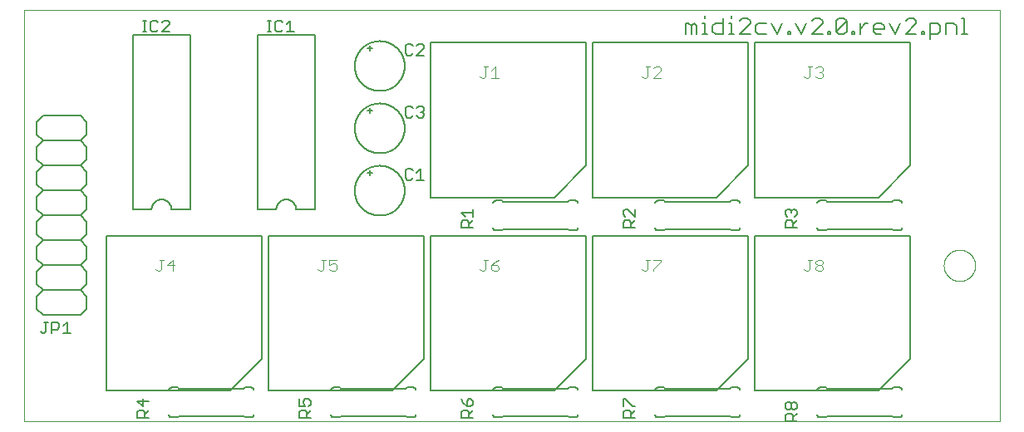
<source format=gto>
G75*
%MOIN*%
%OFA0B0*%
%FSLAX25Y25*%
%IPPOS*%
%LPD*%
%AMOC8*
5,1,8,0,0,1.08239X$1,22.5*
%
%ADD10C,0.00000*%
%ADD11C,0.00600*%
%ADD12C,0.00500*%
%ADD13C,0.00400*%
D10*
X0001000Y0002875D02*
X0001000Y0167835D01*
X0392201Y0167835D01*
X0392201Y0002875D01*
X0001000Y0002875D01*
X0369701Y0065375D02*
X0369703Y0065533D01*
X0369709Y0065691D01*
X0369719Y0065849D01*
X0369733Y0066007D01*
X0369751Y0066164D01*
X0369772Y0066321D01*
X0369798Y0066477D01*
X0369828Y0066633D01*
X0369861Y0066788D01*
X0369899Y0066941D01*
X0369940Y0067094D01*
X0369985Y0067246D01*
X0370034Y0067397D01*
X0370087Y0067546D01*
X0370143Y0067694D01*
X0370203Y0067840D01*
X0370267Y0067985D01*
X0370335Y0068128D01*
X0370406Y0068270D01*
X0370480Y0068410D01*
X0370558Y0068547D01*
X0370640Y0068683D01*
X0370724Y0068817D01*
X0370813Y0068948D01*
X0370904Y0069077D01*
X0370999Y0069204D01*
X0371096Y0069329D01*
X0371197Y0069451D01*
X0371301Y0069570D01*
X0371408Y0069687D01*
X0371518Y0069801D01*
X0371631Y0069912D01*
X0371746Y0070021D01*
X0371864Y0070126D01*
X0371985Y0070228D01*
X0372108Y0070328D01*
X0372234Y0070424D01*
X0372362Y0070517D01*
X0372492Y0070607D01*
X0372625Y0070693D01*
X0372760Y0070777D01*
X0372896Y0070856D01*
X0373035Y0070933D01*
X0373176Y0071005D01*
X0373318Y0071075D01*
X0373462Y0071140D01*
X0373608Y0071202D01*
X0373755Y0071260D01*
X0373904Y0071315D01*
X0374054Y0071366D01*
X0374205Y0071413D01*
X0374357Y0071456D01*
X0374510Y0071495D01*
X0374665Y0071531D01*
X0374820Y0071562D01*
X0374976Y0071590D01*
X0375132Y0071614D01*
X0375289Y0071634D01*
X0375447Y0071650D01*
X0375604Y0071662D01*
X0375763Y0071670D01*
X0375921Y0071674D01*
X0376079Y0071674D01*
X0376237Y0071670D01*
X0376396Y0071662D01*
X0376553Y0071650D01*
X0376711Y0071634D01*
X0376868Y0071614D01*
X0377024Y0071590D01*
X0377180Y0071562D01*
X0377335Y0071531D01*
X0377490Y0071495D01*
X0377643Y0071456D01*
X0377795Y0071413D01*
X0377946Y0071366D01*
X0378096Y0071315D01*
X0378245Y0071260D01*
X0378392Y0071202D01*
X0378538Y0071140D01*
X0378682Y0071075D01*
X0378824Y0071005D01*
X0378965Y0070933D01*
X0379104Y0070856D01*
X0379240Y0070777D01*
X0379375Y0070693D01*
X0379508Y0070607D01*
X0379638Y0070517D01*
X0379766Y0070424D01*
X0379892Y0070328D01*
X0380015Y0070228D01*
X0380136Y0070126D01*
X0380254Y0070021D01*
X0380369Y0069912D01*
X0380482Y0069801D01*
X0380592Y0069687D01*
X0380699Y0069570D01*
X0380803Y0069451D01*
X0380904Y0069329D01*
X0381001Y0069204D01*
X0381096Y0069077D01*
X0381187Y0068948D01*
X0381276Y0068817D01*
X0381360Y0068683D01*
X0381442Y0068547D01*
X0381520Y0068410D01*
X0381594Y0068270D01*
X0381665Y0068128D01*
X0381733Y0067985D01*
X0381797Y0067840D01*
X0381857Y0067694D01*
X0381913Y0067546D01*
X0381966Y0067397D01*
X0382015Y0067246D01*
X0382060Y0067094D01*
X0382101Y0066941D01*
X0382139Y0066788D01*
X0382172Y0066633D01*
X0382202Y0066477D01*
X0382228Y0066321D01*
X0382249Y0066164D01*
X0382267Y0066007D01*
X0382281Y0065849D01*
X0382291Y0065691D01*
X0382297Y0065533D01*
X0382299Y0065375D01*
X0382297Y0065217D01*
X0382291Y0065059D01*
X0382281Y0064901D01*
X0382267Y0064743D01*
X0382249Y0064586D01*
X0382228Y0064429D01*
X0382202Y0064273D01*
X0382172Y0064117D01*
X0382139Y0063962D01*
X0382101Y0063809D01*
X0382060Y0063656D01*
X0382015Y0063504D01*
X0381966Y0063353D01*
X0381913Y0063204D01*
X0381857Y0063056D01*
X0381797Y0062910D01*
X0381733Y0062765D01*
X0381665Y0062622D01*
X0381594Y0062480D01*
X0381520Y0062340D01*
X0381442Y0062203D01*
X0381360Y0062067D01*
X0381276Y0061933D01*
X0381187Y0061802D01*
X0381096Y0061673D01*
X0381001Y0061546D01*
X0380904Y0061421D01*
X0380803Y0061299D01*
X0380699Y0061180D01*
X0380592Y0061063D01*
X0380482Y0060949D01*
X0380369Y0060838D01*
X0380254Y0060729D01*
X0380136Y0060624D01*
X0380015Y0060522D01*
X0379892Y0060422D01*
X0379766Y0060326D01*
X0379638Y0060233D01*
X0379508Y0060143D01*
X0379375Y0060057D01*
X0379240Y0059973D01*
X0379104Y0059894D01*
X0378965Y0059817D01*
X0378824Y0059745D01*
X0378682Y0059675D01*
X0378538Y0059610D01*
X0378392Y0059548D01*
X0378245Y0059490D01*
X0378096Y0059435D01*
X0377946Y0059384D01*
X0377795Y0059337D01*
X0377643Y0059294D01*
X0377490Y0059255D01*
X0377335Y0059219D01*
X0377180Y0059188D01*
X0377024Y0059160D01*
X0376868Y0059136D01*
X0376711Y0059116D01*
X0376553Y0059100D01*
X0376396Y0059088D01*
X0376237Y0059080D01*
X0376079Y0059076D01*
X0375921Y0059076D01*
X0375763Y0059080D01*
X0375604Y0059088D01*
X0375447Y0059100D01*
X0375289Y0059116D01*
X0375132Y0059136D01*
X0374976Y0059160D01*
X0374820Y0059188D01*
X0374665Y0059219D01*
X0374510Y0059255D01*
X0374357Y0059294D01*
X0374205Y0059337D01*
X0374054Y0059384D01*
X0373904Y0059435D01*
X0373755Y0059490D01*
X0373608Y0059548D01*
X0373462Y0059610D01*
X0373318Y0059675D01*
X0373176Y0059745D01*
X0373035Y0059817D01*
X0372896Y0059894D01*
X0372760Y0059973D01*
X0372625Y0060057D01*
X0372492Y0060143D01*
X0372362Y0060233D01*
X0372234Y0060326D01*
X0372108Y0060422D01*
X0371985Y0060522D01*
X0371864Y0060624D01*
X0371746Y0060729D01*
X0371631Y0060838D01*
X0371518Y0060949D01*
X0371408Y0061063D01*
X0371301Y0061180D01*
X0371197Y0061299D01*
X0371096Y0061421D01*
X0370999Y0061546D01*
X0370904Y0061673D01*
X0370813Y0061802D01*
X0370724Y0061933D01*
X0370640Y0062067D01*
X0370558Y0062203D01*
X0370480Y0062340D01*
X0370406Y0062480D01*
X0370335Y0062622D01*
X0370267Y0062765D01*
X0370203Y0062910D01*
X0370143Y0063056D01*
X0370087Y0063204D01*
X0370034Y0063353D01*
X0369985Y0063504D01*
X0369940Y0063656D01*
X0369899Y0063809D01*
X0369861Y0063962D01*
X0369828Y0064117D01*
X0369798Y0064273D01*
X0369772Y0064429D01*
X0369751Y0064586D01*
X0369733Y0064743D01*
X0369719Y0064901D01*
X0369709Y0065059D01*
X0369703Y0065217D01*
X0369701Y0065375D01*
D11*
X0352000Y0079375D02*
X0349500Y0079375D01*
X0349000Y0079875D01*
X0323000Y0079875D01*
X0322500Y0079375D01*
X0320000Y0079375D01*
X0319940Y0079377D01*
X0319879Y0079382D01*
X0319820Y0079391D01*
X0319761Y0079404D01*
X0319702Y0079420D01*
X0319645Y0079440D01*
X0319590Y0079463D01*
X0319535Y0079490D01*
X0319483Y0079519D01*
X0319432Y0079552D01*
X0319383Y0079588D01*
X0319337Y0079626D01*
X0319293Y0079668D01*
X0319251Y0079712D01*
X0319213Y0079758D01*
X0319177Y0079807D01*
X0319144Y0079858D01*
X0319115Y0079910D01*
X0319088Y0079965D01*
X0319065Y0080020D01*
X0319045Y0080077D01*
X0319029Y0080136D01*
X0319016Y0080195D01*
X0319007Y0080254D01*
X0319002Y0080315D01*
X0319000Y0080375D01*
X0319000Y0090375D02*
X0319002Y0090435D01*
X0319007Y0090496D01*
X0319016Y0090555D01*
X0319029Y0090614D01*
X0319045Y0090673D01*
X0319065Y0090730D01*
X0319088Y0090785D01*
X0319115Y0090840D01*
X0319144Y0090892D01*
X0319177Y0090943D01*
X0319213Y0090992D01*
X0319251Y0091038D01*
X0319293Y0091082D01*
X0319337Y0091124D01*
X0319383Y0091162D01*
X0319432Y0091198D01*
X0319483Y0091231D01*
X0319535Y0091260D01*
X0319590Y0091287D01*
X0319645Y0091310D01*
X0319702Y0091330D01*
X0319761Y0091346D01*
X0319820Y0091359D01*
X0319879Y0091368D01*
X0319940Y0091373D01*
X0320000Y0091375D01*
X0322500Y0091375D01*
X0323000Y0090875D01*
X0349000Y0090875D01*
X0349500Y0091375D01*
X0352000Y0091375D01*
X0352060Y0091373D01*
X0352121Y0091368D01*
X0352180Y0091359D01*
X0352239Y0091346D01*
X0352298Y0091330D01*
X0352355Y0091310D01*
X0352410Y0091287D01*
X0352465Y0091260D01*
X0352517Y0091231D01*
X0352568Y0091198D01*
X0352617Y0091162D01*
X0352663Y0091124D01*
X0352707Y0091082D01*
X0352749Y0091038D01*
X0352787Y0090992D01*
X0352823Y0090943D01*
X0352856Y0090892D01*
X0352885Y0090840D01*
X0352912Y0090785D01*
X0352935Y0090730D01*
X0352955Y0090673D01*
X0352971Y0090614D01*
X0352984Y0090555D01*
X0352993Y0090496D01*
X0352998Y0090435D01*
X0353000Y0090375D01*
X0353000Y0080375D02*
X0352998Y0080315D01*
X0352993Y0080254D01*
X0352984Y0080195D01*
X0352971Y0080136D01*
X0352955Y0080077D01*
X0352935Y0080020D01*
X0352912Y0079965D01*
X0352885Y0079910D01*
X0352856Y0079858D01*
X0352823Y0079807D01*
X0352787Y0079758D01*
X0352749Y0079712D01*
X0352707Y0079668D01*
X0352663Y0079626D01*
X0352617Y0079588D01*
X0352568Y0079552D01*
X0352517Y0079519D01*
X0352465Y0079490D01*
X0352410Y0079463D01*
X0352355Y0079440D01*
X0352298Y0079420D01*
X0352239Y0079404D01*
X0352180Y0079391D01*
X0352121Y0079382D01*
X0352060Y0079377D01*
X0352000Y0079375D01*
X0287000Y0079375D02*
X0284500Y0079375D01*
X0284000Y0079875D01*
X0258000Y0079875D01*
X0257500Y0079375D01*
X0255000Y0079375D01*
X0254940Y0079377D01*
X0254879Y0079382D01*
X0254820Y0079391D01*
X0254761Y0079404D01*
X0254702Y0079420D01*
X0254645Y0079440D01*
X0254590Y0079463D01*
X0254535Y0079490D01*
X0254483Y0079519D01*
X0254432Y0079552D01*
X0254383Y0079588D01*
X0254337Y0079626D01*
X0254293Y0079668D01*
X0254251Y0079712D01*
X0254213Y0079758D01*
X0254177Y0079807D01*
X0254144Y0079858D01*
X0254115Y0079910D01*
X0254088Y0079965D01*
X0254065Y0080020D01*
X0254045Y0080077D01*
X0254029Y0080136D01*
X0254016Y0080195D01*
X0254007Y0080254D01*
X0254002Y0080315D01*
X0254000Y0080375D01*
X0254000Y0090375D02*
X0254002Y0090435D01*
X0254007Y0090496D01*
X0254016Y0090555D01*
X0254029Y0090614D01*
X0254045Y0090673D01*
X0254065Y0090730D01*
X0254088Y0090785D01*
X0254115Y0090840D01*
X0254144Y0090892D01*
X0254177Y0090943D01*
X0254213Y0090992D01*
X0254251Y0091038D01*
X0254293Y0091082D01*
X0254337Y0091124D01*
X0254383Y0091162D01*
X0254432Y0091198D01*
X0254483Y0091231D01*
X0254535Y0091260D01*
X0254590Y0091287D01*
X0254645Y0091310D01*
X0254702Y0091330D01*
X0254761Y0091346D01*
X0254820Y0091359D01*
X0254879Y0091368D01*
X0254940Y0091373D01*
X0255000Y0091375D01*
X0257500Y0091375D01*
X0258000Y0090875D01*
X0284000Y0090875D01*
X0284500Y0091375D01*
X0287000Y0091375D01*
X0287060Y0091373D01*
X0287121Y0091368D01*
X0287180Y0091359D01*
X0287239Y0091346D01*
X0287298Y0091330D01*
X0287355Y0091310D01*
X0287410Y0091287D01*
X0287465Y0091260D01*
X0287517Y0091231D01*
X0287568Y0091198D01*
X0287617Y0091162D01*
X0287663Y0091124D01*
X0287707Y0091082D01*
X0287749Y0091038D01*
X0287787Y0090992D01*
X0287823Y0090943D01*
X0287856Y0090892D01*
X0287885Y0090840D01*
X0287912Y0090785D01*
X0287935Y0090730D01*
X0287955Y0090673D01*
X0287971Y0090614D01*
X0287984Y0090555D01*
X0287993Y0090496D01*
X0287998Y0090435D01*
X0288000Y0090375D01*
X0288000Y0080375D02*
X0287998Y0080315D01*
X0287993Y0080254D01*
X0287984Y0080195D01*
X0287971Y0080136D01*
X0287955Y0080077D01*
X0287935Y0080020D01*
X0287912Y0079965D01*
X0287885Y0079910D01*
X0287856Y0079858D01*
X0287823Y0079807D01*
X0287787Y0079758D01*
X0287749Y0079712D01*
X0287707Y0079668D01*
X0287663Y0079626D01*
X0287617Y0079588D01*
X0287568Y0079552D01*
X0287517Y0079519D01*
X0287465Y0079490D01*
X0287410Y0079463D01*
X0287355Y0079440D01*
X0287298Y0079420D01*
X0287239Y0079404D01*
X0287180Y0079391D01*
X0287121Y0079382D01*
X0287060Y0079377D01*
X0287000Y0079375D01*
X0222000Y0079375D02*
X0219500Y0079375D01*
X0219000Y0079875D01*
X0193000Y0079875D01*
X0192500Y0079375D01*
X0190000Y0079375D01*
X0189940Y0079377D01*
X0189879Y0079382D01*
X0189820Y0079391D01*
X0189761Y0079404D01*
X0189702Y0079420D01*
X0189645Y0079440D01*
X0189590Y0079463D01*
X0189535Y0079490D01*
X0189483Y0079519D01*
X0189432Y0079552D01*
X0189383Y0079588D01*
X0189337Y0079626D01*
X0189293Y0079668D01*
X0189251Y0079712D01*
X0189213Y0079758D01*
X0189177Y0079807D01*
X0189144Y0079858D01*
X0189115Y0079910D01*
X0189088Y0079965D01*
X0189065Y0080020D01*
X0189045Y0080077D01*
X0189029Y0080136D01*
X0189016Y0080195D01*
X0189007Y0080254D01*
X0189002Y0080315D01*
X0189000Y0080375D01*
X0189000Y0090375D02*
X0189002Y0090435D01*
X0189007Y0090496D01*
X0189016Y0090555D01*
X0189029Y0090614D01*
X0189045Y0090673D01*
X0189065Y0090730D01*
X0189088Y0090785D01*
X0189115Y0090840D01*
X0189144Y0090892D01*
X0189177Y0090943D01*
X0189213Y0090992D01*
X0189251Y0091038D01*
X0189293Y0091082D01*
X0189337Y0091124D01*
X0189383Y0091162D01*
X0189432Y0091198D01*
X0189483Y0091231D01*
X0189535Y0091260D01*
X0189590Y0091287D01*
X0189645Y0091310D01*
X0189702Y0091330D01*
X0189761Y0091346D01*
X0189820Y0091359D01*
X0189879Y0091368D01*
X0189940Y0091373D01*
X0190000Y0091375D01*
X0192500Y0091375D01*
X0193000Y0090875D01*
X0219000Y0090875D01*
X0219500Y0091375D01*
X0222000Y0091375D01*
X0222060Y0091373D01*
X0222121Y0091368D01*
X0222180Y0091359D01*
X0222239Y0091346D01*
X0222298Y0091330D01*
X0222355Y0091310D01*
X0222410Y0091287D01*
X0222465Y0091260D01*
X0222517Y0091231D01*
X0222568Y0091198D01*
X0222617Y0091162D01*
X0222663Y0091124D01*
X0222707Y0091082D01*
X0222749Y0091038D01*
X0222787Y0090992D01*
X0222823Y0090943D01*
X0222856Y0090892D01*
X0222885Y0090840D01*
X0222912Y0090785D01*
X0222935Y0090730D01*
X0222955Y0090673D01*
X0222971Y0090614D01*
X0222984Y0090555D01*
X0222993Y0090496D01*
X0222998Y0090435D01*
X0223000Y0090375D01*
X0223000Y0080375D02*
X0222998Y0080315D01*
X0222993Y0080254D01*
X0222984Y0080195D01*
X0222971Y0080136D01*
X0222955Y0080077D01*
X0222935Y0080020D01*
X0222912Y0079965D01*
X0222885Y0079910D01*
X0222856Y0079858D01*
X0222823Y0079807D01*
X0222787Y0079758D01*
X0222749Y0079712D01*
X0222707Y0079668D01*
X0222663Y0079626D01*
X0222617Y0079588D01*
X0222568Y0079552D01*
X0222517Y0079519D01*
X0222465Y0079490D01*
X0222410Y0079463D01*
X0222355Y0079440D01*
X0222298Y0079420D01*
X0222239Y0079404D01*
X0222180Y0079391D01*
X0222121Y0079382D01*
X0222060Y0079377D01*
X0222000Y0079375D01*
X0133500Y0095375D02*
X0133503Y0095620D01*
X0133512Y0095866D01*
X0133527Y0096111D01*
X0133548Y0096355D01*
X0133575Y0096599D01*
X0133608Y0096842D01*
X0133647Y0097085D01*
X0133692Y0097326D01*
X0133743Y0097566D01*
X0133800Y0097805D01*
X0133862Y0098042D01*
X0133931Y0098278D01*
X0134005Y0098512D01*
X0134085Y0098744D01*
X0134170Y0098974D01*
X0134261Y0099202D01*
X0134358Y0099427D01*
X0134460Y0099651D01*
X0134568Y0099871D01*
X0134681Y0100089D01*
X0134799Y0100304D01*
X0134923Y0100516D01*
X0135051Y0100725D01*
X0135185Y0100931D01*
X0135324Y0101133D01*
X0135468Y0101332D01*
X0135617Y0101527D01*
X0135770Y0101719D01*
X0135928Y0101907D01*
X0136090Y0102091D01*
X0136258Y0102270D01*
X0136429Y0102446D01*
X0136605Y0102617D01*
X0136784Y0102785D01*
X0136968Y0102947D01*
X0137156Y0103105D01*
X0137348Y0103258D01*
X0137543Y0103407D01*
X0137742Y0103551D01*
X0137944Y0103690D01*
X0138150Y0103824D01*
X0138359Y0103952D01*
X0138571Y0104076D01*
X0138786Y0104194D01*
X0139004Y0104307D01*
X0139224Y0104415D01*
X0139448Y0104517D01*
X0139673Y0104614D01*
X0139901Y0104705D01*
X0140131Y0104790D01*
X0140363Y0104870D01*
X0140597Y0104944D01*
X0140833Y0105013D01*
X0141070Y0105075D01*
X0141309Y0105132D01*
X0141549Y0105183D01*
X0141790Y0105228D01*
X0142033Y0105267D01*
X0142276Y0105300D01*
X0142520Y0105327D01*
X0142764Y0105348D01*
X0143009Y0105363D01*
X0143255Y0105372D01*
X0143500Y0105375D01*
X0143745Y0105372D01*
X0143991Y0105363D01*
X0144236Y0105348D01*
X0144480Y0105327D01*
X0144724Y0105300D01*
X0144967Y0105267D01*
X0145210Y0105228D01*
X0145451Y0105183D01*
X0145691Y0105132D01*
X0145930Y0105075D01*
X0146167Y0105013D01*
X0146403Y0104944D01*
X0146637Y0104870D01*
X0146869Y0104790D01*
X0147099Y0104705D01*
X0147327Y0104614D01*
X0147552Y0104517D01*
X0147776Y0104415D01*
X0147996Y0104307D01*
X0148214Y0104194D01*
X0148429Y0104076D01*
X0148641Y0103952D01*
X0148850Y0103824D01*
X0149056Y0103690D01*
X0149258Y0103551D01*
X0149457Y0103407D01*
X0149652Y0103258D01*
X0149844Y0103105D01*
X0150032Y0102947D01*
X0150216Y0102785D01*
X0150395Y0102617D01*
X0150571Y0102446D01*
X0150742Y0102270D01*
X0150910Y0102091D01*
X0151072Y0101907D01*
X0151230Y0101719D01*
X0151383Y0101527D01*
X0151532Y0101332D01*
X0151676Y0101133D01*
X0151815Y0100931D01*
X0151949Y0100725D01*
X0152077Y0100516D01*
X0152201Y0100304D01*
X0152319Y0100089D01*
X0152432Y0099871D01*
X0152540Y0099651D01*
X0152642Y0099427D01*
X0152739Y0099202D01*
X0152830Y0098974D01*
X0152915Y0098744D01*
X0152995Y0098512D01*
X0153069Y0098278D01*
X0153138Y0098042D01*
X0153200Y0097805D01*
X0153257Y0097566D01*
X0153308Y0097326D01*
X0153353Y0097085D01*
X0153392Y0096842D01*
X0153425Y0096599D01*
X0153452Y0096355D01*
X0153473Y0096111D01*
X0153488Y0095866D01*
X0153497Y0095620D01*
X0153500Y0095375D01*
X0153497Y0095130D01*
X0153488Y0094884D01*
X0153473Y0094639D01*
X0153452Y0094395D01*
X0153425Y0094151D01*
X0153392Y0093908D01*
X0153353Y0093665D01*
X0153308Y0093424D01*
X0153257Y0093184D01*
X0153200Y0092945D01*
X0153138Y0092708D01*
X0153069Y0092472D01*
X0152995Y0092238D01*
X0152915Y0092006D01*
X0152830Y0091776D01*
X0152739Y0091548D01*
X0152642Y0091323D01*
X0152540Y0091099D01*
X0152432Y0090879D01*
X0152319Y0090661D01*
X0152201Y0090446D01*
X0152077Y0090234D01*
X0151949Y0090025D01*
X0151815Y0089819D01*
X0151676Y0089617D01*
X0151532Y0089418D01*
X0151383Y0089223D01*
X0151230Y0089031D01*
X0151072Y0088843D01*
X0150910Y0088659D01*
X0150742Y0088480D01*
X0150571Y0088304D01*
X0150395Y0088133D01*
X0150216Y0087965D01*
X0150032Y0087803D01*
X0149844Y0087645D01*
X0149652Y0087492D01*
X0149457Y0087343D01*
X0149258Y0087199D01*
X0149056Y0087060D01*
X0148850Y0086926D01*
X0148641Y0086798D01*
X0148429Y0086674D01*
X0148214Y0086556D01*
X0147996Y0086443D01*
X0147776Y0086335D01*
X0147552Y0086233D01*
X0147327Y0086136D01*
X0147099Y0086045D01*
X0146869Y0085960D01*
X0146637Y0085880D01*
X0146403Y0085806D01*
X0146167Y0085737D01*
X0145930Y0085675D01*
X0145691Y0085618D01*
X0145451Y0085567D01*
X0145210Y0085522D01*
X0144967Y0085483D01*
X0144724Y0085450D01*
X0144480Y0085423D01*
X0144236Y0085402D01*
X0143991Y0085387D01*
X0143745Y0085378D01*
X0143500Y0085375D01*
X0143255Y0085378D01*
X0143009Y0085387D01*
X0142764Y0085402D01*
X0142520Y0085423D01*
X0142276Y0085450D01*
X0142033Y0085483D01*
X0141790Y0085522D01*
X0141549Y0085567D01*
X0141309Y0085618D01*
X0141070Y0085675D01*
X0140833Y0085737D01*
X0140597Y0085806D01*
X0140363Y0085880D01*
X0140131Y0085960D01*
X0139901Y0086045D01*
X0139673Y0086136D01*
X0139448Y0086233D01*
X0139224Y0086335D01*
X0139004Y0086443D01*
X0138786Y0086556D01*
X0138571Y0086674D01*
X0138359Y0086798D01*
X0138150Y0086926D01*
X0137944Y0087060D01*
X0137742Y0087199D01*
X0137543Y0087343D01*
X0137348Y0087492D01*
X0137156Y0087645D01*
X0136968Y0087803D01*
X0136784Y0087965D01*
X0136605Y0088133D01*
X0136429Y0088304D01*
X0136258Y0088480D01*
X0136090Y0088659D01*
X0135928Y0088843D01*
X0135770Y0089031D01*
X0135617Y0089223D01*
X0135468Y0089418D01*
X0135324Y0089617D01*
X0135185Y0089819D01*
X0135051Y0090025D01*
X0134923Y0090234D01*
X0134799Y0090446D01*
X0134681Y0090661D01*
X0134568Y0090879D01*
X0134460Y0091099D01*
X0134358Y0091323D01*
X0134261Y0091548D01*
X0134170Y0091776D01*
X0134085Y0092006D01*
X0134005Y0092238D01*
X0133931Y0092472D01*
X0133862Y0092708D01*
X0133800Y0092945D01*
X0133743Y0093184D01*
X0133692Y0093424D01*
X0133647Y0093665D01*
X0133608Y0093908D01*
X0133575Y0094151D01*
X0133548Y0094395D01*
X0133527Y0094639D01*
X0133512Y0094884D01*
X0133503Y0095130D01*
X0133500Y0095375D01*
X0139500Y0101375D02*
X0139500Y0103375D01*
X0138500Y0102375D02*
X0140500Y0102375D01*
X0117500Y0087875D02*
X0110000Y0087875D01*
X0109998Y0088001D01*
X0109992Y0088126D01*
X0109982Y0088251D01*
X0109968Y0088376D01*
X0109951Y0088501D01*
X0109929Y0088625D01*
X0109904Y0088748D01*
X0109874Y0088870D01*
X0109841Y0088991D01*
X0109804Y0089111D01*
X0109764Y0089230D01*
X0109719Y0089347D01*
X0109671Y0089464D01*
X0109619Y0089578D01*
X0109564Y0089691D01*
X0109505Y0089802D01*
X0109443Y0089911D01*
X0109377Y0090018D01*
X0109308Y0090123D01*
X0109236Y0090226D01*
X0109161Y0090327D01*
X0109082Y0090425D01*
X0109000Y0090520D01*
X0108916Y0090613D01*
X0108828Y0090703D01*
X0108738Y0090791D01*
X0108645Y0090875D01*
X0108550Y0090957D01*
X0108452Y0091036D01*
X0108351Y0091111D01*
X0108248Y0091183D01*
X0108143Y0091252D01*
X0108036Y0091318D01*
X0107927Y0091380D01*
X0107816Y0091439D01*
X0107703Y0091494D01*
X0107589Y0091546D01*
X0107472Y0091594D01*
X0107355Y0091639D01*
X0107236Y0091679D01*
X0107116Y0091716D01*
X0106995Y0091749D01*
X0106873Y0091779D01*
X0106750Y0091804D01*
X0106626Y0091826D01*
X0106501Y0091843D01*
X0106376Y0091857D01*
X0106251Y0091867D01*
X0106126Y0091873D01*
X0106000Y0091875D01*
X0105874Y0091873D01*
X0105749Y0091867D01*
X0105624Y0091857D01*
X0105499Y0091843D01*
X0105374Y0091826D01*
X0105250Y0091804D01*
X0105127Y0091779D01*
X0105005Y0091749D01*
X0104884Y0091716D01*
X0104764Y0091679D01*
X0104645Y0091639D01*
X0104528Y0091594D01*
X0104411Y0091546D01*
X0104297Y0091494D01*
X0104184Y0091439D01*
X0104073Y0091380D01*
X0103964Y0091318D01*
X0103857Y0091252D01*
X0103752Y0091183D01*
X0103649Y0091111D01*
X0103548Y0091036D01*
X0103450Y0090957D01*
X0103355Y0090875D01*
X0103262Y0090791D01*
X0103172Y0090703D01*
X0103084Y0090613D01*
X0103000Y0090520D01*
X0102918Y0090425D01*
X0102839Y0090327D01*
X0102764Y0090226D01*
X0102692Y0090123D01*
X0102623Y0090018D01*
X0102557Y0089911D01*
X0102495Y0089802D01*
X0102436Y0089691D01*
X0102381Y0089578D01*
X0102329Y0089464D01*
X0102281Y0089347D01*
X0102236Y0089230D01*
X0102196Y0089111D01*
X0102159Y0088991D01*
X0102126Y0088870D01*
X0102096Y0088748D01*
X0102071Y0088625D01*
X0102049Y0088501D01*
X0102032Y0088376D01*
X0102018Y0088251D01*
X0102008Y0088126D01*
X0102002Y0088001D01*
X0102000Y0087875D01*
X0094500Y0087875D01*
X0094500Y0157875D01*
X0117500Y0157875D01*
X0117500Y0087875D01*
X0067500Y0087875D02*
X0060000Y0087875D01*
X0059998Y0088001D01*
X0059992Y0088126D01*
X0059982Y0088251D01*
X0059968Y0088376D01*
X0059951Y0088501D01*
X0059929Y0088625D01*
X0059904Y0088748D01*
X0059874Y0088870D01*
X0059841Y0088991D01*
X0059804Y0089111D01*
X0059764Y0089230D01*
X0059719Y0089347D01*
X0059671Y0089464D01*
X0059619Y0089578D01*
X0059564Y0089691D01*
X0059505Y0089802D01*
X0059443Y0089911D01*
X0059377Y0090018D01*
X0059308Y0090123D01*
X0059236Y0090226D01*
X0059161Y0090327D01*
X0059082Y0090425D01*
X0059000Y0090520D01*
X0058916Y0090613D01*
X0058828Y0090703D01*
X0058738Y0090791D01*
X0058645Y0090875D01*
X0058550Y0090957D01*
X0058452Y0091036D01*
X0058351Y0091111D01*
X0058248Y0091183D01*
X0058143Y0091252D01*
X0058036Y0091318D01*
X0057927Y0091380D01*
X0057816Y0091439D01*
X0057703Y0091494D01*
X0057589Y0091546D01*
X0057472Y0091594D01*
X0057355Y0091639D01*
X0057236Y0091679D01*
X0057116Y0091716D01*
X0056995Y0091749D01*
X0056873Y0091779D01*
X0056750Y0091804D01*
X0056626Y0091826D01*
X0056501Y0091843D01*
X0056376Y0091857D01*
X0056251Y0091867D01*
X0056126Y0091873D01*
X0056000Y0091875D01*
X0055874Y0091873D01*
X0055749Y0091867D01*
X0055624Y0091857D01*
X0055499Y0091843D01*
X0055374Y0091826D01*
X0055250Y0091804D01*
X0055127Y0091779D01*
X0055005Y0091749D01*
X0054884Y0091716D01*
X0054764Y0091679D01*
X0054645Y0091639D01*
X0054528Y0091594D01*
X0054411Y0091546D01*
X0054297Y0091494D01*
X0054184Y0091439D01*
X0054073Y0091380D01*
X0053964Y0091318D01*
X0053857Y0091252D01*
X0053752Y0091183D01*
X0053649Y0091111D01*
X0053548Y0091036D01*
X0053450Y0090957D01*
X0053355Y0090875D01*
X0053262Y0090791D01*
X0053172Y0090703D01*
X0053084Y0090613D01*
X0053000Y0090520D01*
X0052918Y0090425D01*
X0052839Y0090327D01*
X0052764Y0090226D01*
X0052692Y0090123D01*
X0052623Y0090018D01*
X0052557Y0089911D01*
X0052495Y0089802D01*
X0052436Y0089691D01*
X0052381Y0089578D01*
X0052329Y0089464D01*
X0052281Y0089347D01*
X0052236Y0089230D01*
X0052196Y0089111D01*
X0052159Y0088991D01*
X0052126Y0088870D01*
X0052096Y0088748D01*
X0052071Y0088625D01*
X0052049Y0088501D01*
X0052032Y0088376D01*
X0052018Y0088251D01*
X0052008Y0088126D01*
X0052002Y0088001D01*
X0052000Y0087875D01*
X0044500Y0087875D01*
X0044500Y0157875D01*
X0067500Y0157875D01*
X0067500Y0087875D01*
X0026000Y0087875D02*
X0026000Y0092875D01*
X0023500Y0095375D01*
X0008500Y0095375D01*
X0006000Y0097875D01*
X0006000Y0102875D01*
X0008500Y0105375D01*
X0023500Y0105375D01*
X0026000Y0107875D01*
X0026000Y0112875D01*
X0023500Y0115375D01*
X0026000Y0117875D01*
X0026000Y0122875D01*
X0023500Y0125375D01*
X0008500Y0125375D01*
X0006000Y0122875D01*
X0006000Y0117875D01*
X0008500Y0115375D01*
X0023500Y0115375D01*
X0008500Y0115375D02*
X0006000Y0112875D01*
X0006000Y0107875D01*
X0008500Y0105375D01*
X0023500Y0105375D02*
X0026000Y0102875D01*
X0026000Y0097875D01*
X0023500Y0095375D01*
X0008500Y0095375D02*
X0006000Y0092875D01*
X0006000Y0087875D01*
X0008500Y0085375D01*
X0023500Y0085375D01*
X0026000Y0087875D01*
X0023500Y0085375D02*
X0026000Y0082875D01*
X0026000Y0077875D01*
X0023500Y0075375D01*
X0008500Y0075375D01*
X0006000Y0077875D01*
X0006000Y0082875D01*
X0008500Y0085375D01*
X0008500Y0075375D02*
X0006000Y0072875D01*
X0006000Y0067875D01*
X0008500Y0065375D01*
X0023500Y0065375D01*
X0026000Y0067875D01*
X0026000Y0072875D01*
X0023500Y0075375D01*
X0023500Y0065375D02*
X0026000Y0062875D01*
X0026000Y0057875D01*
X0023500Y0055375D01*
X0008500Y0055375D01*
X0006000Y0057875D01*
X0006000Y0062875D01*
X0008500Y0065375D01*
X0008500Y0055375D02*
X0006000Y0052875D01*
X0006000Y0047875D01*
X0008500Y0045375D01*
X0023500Y0045375D01*
X0026000Y0047875D01*
X0026000Y0052875D01*
X0023500Y0055375D01*
X0060000Y0016375D02*
X0062500Y0016375D01*
X0063000Y0015875D01*
X0089000Y0015875D01*
X0089500Y0016375D01*
X0092000Y0016375D01*
X0092060Y0016373D01*
X0092121Y0016368D01*
X0092180Y0016359D01*
X0092239Y0016346D01*
X0092298Y0016330D01*
X0092355Y0016310D01*
X0092410Y0016287D01*
X0092465Y0016260D01*
X0092517Y0016231D01*
X0092568Y0016198D01*
X0092617Y0016162D01*
X0092663Y0016124D01*
X0092707Y0016082D01*
X0092749Y0016038D01*
X0092787Y0015992D01*
X0092823Y0015943D01*
X0092856Y0015892D01*
X0092885Y0015840D01*
X0092912Y0015785D01*
X0092935Y0015730D01*
X0092955Y0015673D01*
X0092971Y0015614D01*
X0092984Y0015555D01*
X0092993Y0015496D01*
X0092998Y0015435D01*
X0093000Y0015375D01*
X0093000Y0005375D02*
X0092998Y0005315D01*
X0092993Y0005254D01*
X0092984Y0005195D01*
X0092971Y0005136D01*
X0092955Y0005077D01*
X0092935Y0005020D01*
X0092912Y0004965D01*
X0092885Y0004910D01*
X0092856Y0004858D01*
X0092823Y0004807D01*
X0092787Y0004758D01*
X0092749Y0004712D01*
X0092707Y0004668D01*
X0092663Y0004626D01*
X0092617Y0004588D01*
X0092568Y0004552D01*
X0092517Y0004519D01*
X0092465Y0004490D01*
X0092410Y0004463D01*
X0092355Y0004440D01*
X0092298Y0004420D01*
X0092239Y0004404D01*
X0092180Y0004391D01*
X0092121Y0004382D01*
X0092060Y0004377D01*
X0092000Y0004375D01*
X0089500Y0004375D01*
X0089000Y0004875D01*
X0063000Y0004875D01*
X0062500Y0004375D01*
X0060000Y0004375D01*
X0059940Y0004377D01*
X0059879Y0004382D01*
X0059820Y0004391D01*
X0059761Y0004404D01*
X0059702Y0004420D01*
X0059645Y0004440D01*
X0059590Y0004463D01*
X0059535Y0004490D01*
X0059483Y0004519D01*
X0059432Y0004552D01*
X0059383Y0004588D01*
X0059337Y0004626D01*
X0059293Y0004668D01*
X0059251Y0004712D01*
X0059213Y0004758D01*
X0059177Y0004807D01*
X0059144Y0004858D01*
X0059115Y0004910D01*
X0059088Y0004965D01*
X0059065Y0005020D01*
X0059045Y0005077D01*
X0059029Y0005136D01*
X0059016Y0005195D01*
X0059007Y0005254D01*
X0059002Y0005315D01*
X0059000Y0005375D01*
X0059000Y0015375D02*
X0059002Y0015435D01*
X0059007Y0015496D01*
X0059016Y0015555D01*
X0059029Y0015614D01*
X0059045Y0015673D01*
X0059065Y0015730D01*
X0059088Y0015785D01*
X0059115Y0015840D01*
X0059144Y0015892D01*
X0059177Y0015943D01*
X0059213Y0015992D01*
X0059251Y0016038D01*
X0059293Y0016082D01*
X0059337Y0016124D01*
X0059383Y0016162D01*
X0059432Y0016198D01*
X0059483Y0016231D01*
X0059535Y0016260D01*
X0059590Y0016287D01*
X0059645Y0016310D01*
X0059702Y0016330D01*
X0059761Y0016346D01*
X0059820Y0016359D01*
X0059879Y0016368D01*
X0059940Y0016373D01*
X0060000Y0016375D01*
X0125000Y0016375D02*
X0127500Y0016375D01*
X0128000Y0015875D01*
X0154000Y0015875D01*
X0154500Y0016375D01*
X0157000Y0016375D01*
X0157060Y0016373D01*
X0157121Y0016368D01*
X0157180Y0016359D01*
X0157239Y0016346D01*
X0157298Y0016330D01*
X0157355Y0016310D01*
X0157410Y0016287D01*
X0157465Y0016260D01*
X0157517Y0016231D01*
X0157568Y0016198D01*
X0157617Y0016162D01*
X0157663Y0016124D01*
X0157707Y0016082D01*
X0157749Y0016038D01*
X0157787Y0015992D01*
X0157823Y0015943D01*
X0157856Y0015892D01*
X0157885Y0015840D01*
X0157912Y0015785D01*
X0157935Y0015730D01*
X0157955Y0015673D01*
X0157971Y0015614D01*
X0157984Y0015555D01*
X0157993Y0015496D01*
X0157998Y0015435D01*
X0158000Y0015375D01*
X0158000Y0005375D02*
X0157998Y0005315D01*
X0157993Y0005254D01*
X0157984Y0005195D01*
X0157971Y0005136D01*
X0157955Y0005077D01*
X0157935Y0005020D01*
X0157912Y0004965D01*
X0157885Y0004910D01*
X0157856Y0004858D01*
X0157823Y0004807D01*
X0157787Y0004758D01*
X0157749Y0004712D01*
X0157707Y0004668D01*
X0157663Y0004626D01*
X0157617Y0004588D01*
X0157568Y0004552D01*
X0157517Y0004519D01*
X0157465Y0004490D01*
X0157410Y0004463D01*
X0157355Y0004440D01*
X0157298Y0004420D01*
X0157239Y0004404D01*
X0157180Y0004391D01*
X0157121Y0004382D01*
X0157060Y0004377D01*
X0157000Y0004375D01*
X0154500Y0004375D01*
X0154000Y0004875D01*
X0128000Y0004875D01*
X0127500Y0004375D01*
X0125000Y0004375D01*
X0124940Y0004377D01*
X0124879Y0004382D01*
X0124820Y0004391D01*
X0124761Y0004404D01*
X0124702Y0004420D01*
X0124645Y0004440D01*
X0124590Y0004463D01*
X0124535Y0004490D01*
X0124483Y0004519D01*
X0124432Y0004552D01*
X0124383Y0004588D01*
X0124337Y0004626D01*
X0124293Y0004668D01*
X0124251Y0004712D01*
X0124213Y0004758D01*
X0124177Y0004807D01*
X0124144Y0004858D01*
X0124115Y0004910D01*
X0124088Y0004965D01*
X0124065Y0005020D01*
X0124045Y0005077D01*
X0124029Y0005136D01*
X0124016Y0005195D01*
X0124007Y0005254D01*
X0124002Y0005315D01*
X0124000Y0005375D01*
X0124000Y0015375D02*
X0124002Y0015435D01*
X0124007Y0015496D01*
X0124016Y0015555D01*
X0124029Y0015614D01*
X0124045Y0015673D01*
X0124065Y0015730D01*
X0124088Y0015785D01*
X0124115Y0015840D01*
X0124144Y0015892D01*
X0124177Y0015943D01*
X0124213Y0015992D01*
X0124251Y0016038D01*
X0124293Y0016082D01*
X0124337Y0016124D01*
X0124383Y0016162D01*
X0124432Y0016198D01*
X0124483Y0016231D01*
X0124535Y0016260D01*
X0124590Y0016287D01*
X0124645Y0016310D01*
X0124702Y0016330D01*
X0124761Y0016346D01*
X0124820Y0016359D01*
X0124879Y0016368D01*
X0124940Y0016373D01*
X0125000Y0016375D01*
X0190000Y0016375D02*
X0192500Y0016375D01*
X0193000Y0015875D01*
X0219000Y0015875D01*
X0219500Y0016375D01*
X0222000Y0016375D01*
X0222060Y0016373D01*
X0222121Y0016368D01*
X0222180Y0016359D01*
X0222239Y0016346D01*
X0222298Y0016330D01*
X0222355Y0016310D01*
X0222410Y0016287D01*
X0222465Y0016260D01*
X0222517Y0016231D01*
X0222568Y0016198D01*
X0222617Y0016162D01*
X0222663Y0016124D01*
X0222707Y0016082D01*
X0222749Y0016038D01*
X0222787Y0015992D01*
X0222823Y0015943D01*
X0222856Y0015892D01*
X0222885Y0015840D01*
X0222912Y0015785D01*
X0222935Y0015730D01*
X0222955Y0015673D01*
X0222971Y0015614D01*
X0222984Y0015555D01*
X0222993Y0015496D01*
X0222998Y0015435D01*
X0223000Y0015375D01*
X0223000Y0005375D02*
X0222998Y0005315D01*
X0222993Y0005254D01*
X0222984Y0005195D01*
X0222971Y0005136D01*
X0222955Y0005077D01*
X0222935Y0005020D01*
X0222912Y0004965D01*
X0222885Y0004910D01*
X0222856Y0004858D01*
X0222823Y0004807D01*
X0222787Y0004758D01*
X0222749Y0004712D01*
X0222707Y0004668D01*
X0222663Y0004626D01*
X0222617Y0004588D01*
X0222568Y0004552D01*
X0222517Y0004519D01*
X0222465Y0004490D01*
X0222410Y0004463D01*
X0222355Y0004440D01*
X0222298Y0004420D01*
X0222239Y0004404D01*
X0222180Y0004391D01*
X0222121Y0004382D01*
X0222060Y0004377D01*
X0222000Y0004375D01*
X0219500Y0004375D01*
X0219000Y0004875D01*
X0193000Y0004875D01*
X0192500Y0004375D01*
X0190000Y0004375D01*
X0189940Y0004377D01*
X0189879Y0004382D01*
X0189820Y0004391D01*
X0189761Y0004404D01*
X0189702Y0004420D01*
X0189645Y0004440D01*
X0189590Y0004463D01*
X0189535Y0004490D01*
X0189483Y0004519D01*
X0189432Y0004552D01*
X0189383Y0004588D01*
X0189337Y0004626D01*
X0189293Y0004668D01*
X0189251Y0004712D01*
X0189213Y0004758D01*
X0189177Y0004807D01*
X0189144Y0004858D01*
X0189115Y0004910D01*
X0189088Y0004965D01*
X0189065Y0005020D01*
X0189045Y0005077D01*
X0189029Y0005136D01*
X0189016Y0005195D01*
X0189007Y0005254D01*
X0189002Y0005315D01*
X0189000Y0005375D01*
X0189000Y0015375D02*
X0189002Y0015435D01*
X0189007Y0015496D01*
X0189016Y0015555D01*
X0189029Y0015614D01*
X0189045Y0015673D01*
X0189065Y0015730D01*
X0189088Y0015785D01*
X0189115Y0015840D01*
X0189144Y0015892D01*
X0189177Y0015943D01*
X0189213Y0015992D01*
X0189251Y0016038D01*
X0189293Y0016082D01*
X0189337Y0016124D01*
X0189383Y0016162D01*
X0189432Y0016198D01*
X0189483Y0016231D01*
X0189535Y0016260D01*
X0189590Y0016287D01*
X0189645Y0016310D01*
X0189702Y0016330D01*
X0189761Y0016346D01*
X0189820Y0016359D01*
X0189879Y0016368D01*
X0189940Y0016373D01*
X0190000Y0016375D01*
X0255000Y0016375D02*
X0257500Y0016375D01*
X0258000Y0015875D01*
X0284000Y0015875D01*
X0284500Y0016375D01*
X0287000Y0016375D01*
X0287060Y0016373D01*
X0287121Y0016368D01*
X0287180Y0016359D01*
X0287239Y0016346D01*
X0287298Y0016330D01*
X0287355Y0016310D01*
X0287410Y0016287D01*
X0287465Y0016260D01*
X0287517Y0016231D01*
X0287568Y0016198D01*
X0287617Y0016162D01*
X0287663Y0016124D01*
X0287707Y0016082D01*
X0287749Y0016038D01*
X0287787Y0015992D01*
X0287823Y0015943D01*
X0287856Y0015892D01*
X0287885Y0015840D01*
X0287912Y0015785D01*
X0287935Y0015730D01*
X0287955Y0015673D01*
X0287971Y0015614D01*
X0287984Y0015555D01*
X0287993Y0015496D01*
X0287998Y0015435D01*
X0288000Y0015375D01*
X0288000Y0005375D02*
X0287998Y0005315D01*
X0287993Y0005254D01*
X0287984Y0005195D01*
X0287971Y0005136D01*
X0287955Y0005077D01*
X0287935Y0005020D01*
X0287912Y0004965D01*
X0287885Y0004910D01*
X0287856Y0004858D01*
X0287823Y0004807D01*
X0287787Y0004758D01*
X0287749Y0004712D01*
X0287707Y0004668D01*
X0287663Y0004626D01*
X0287617Y0004588D01*
X0287568Y0004552D01*
X0287517Y0004519D01*
X0287465Y0004490D01*
X0287410Y0004463D01*
X0287355Y0004440D01*
X0287298Y0004420D01*
X0287239Y0004404D01*
X0287180Y0004391D01*
X0287121Y0004382D01*
X0287060Y0004377D01*
X0287000Y0004375D01*
X0284500Y0004375D01*
X0284000Y0004875D01*
X0258000Y0004875D01*
X0257500Y0004375D01*
X0255000Y0004375D01*
X0254940Y0004377D01*
X0254879Y0004382D01*
X0254820Y0004391D01*
X0254761Y0004404D01*
X0254702Y0004420D01*
X0254645Y0004440D01*
X0254590Y0004463D01*
X0254535Y0004490D01*
X0254483Y0004519D01*
X0254432Y0004552D01*
X0254383Y0004588D01*
X0254337Y0004626D01*
X0254293Y0004668D01*
X0254251Y0004712D01*
X0254213Y0004758D01*
X0254177Y0004807D01*
X0254144Y0004858D01*
X0254115Y0004910D01*
X0254088Y0004965D01*
X0254065Y0005020D01*
X0254045Y0005077D01*
X0254029Y0005136D01*
X0254016Y0005195D01*
X0254007Y0005254D01*
X0254002Y0005315D01*
X0254000Y0005375D01*
X0254000Y0015375D02*
X0254002Y0015435D01*
X0254007Y0015496D01*
X0254016Y0015555D01*
X0254029Y0015614D01*
X0254045Y0015673D01*
X0254065Y0015730D01*
X0254088Y0015785D01*
X0254115Y0015840D01*
X0254144Y0015892D01*
X0254177Y0015943D01*
X0254213Y0015992D01*
X0254251Y0016038D01*
X0254293Y0016082D01*
X0254337Y0016124D01*
X0254383Y0016162D01*
X0254432Y0016198D01*
X0254483Y0016231D01*
X0254535Y0016260D01*
X0254590Y0016287D01*
X0254645Y0016310D01*
X0254702Y0016330D01*
X0254761Y0016346D01*
X0254820Y0016359D01*
X0254879Y0016368D01*
X0254940Y0016373D01*
X0255000Y0016375D01*
X0320000Y0016375D02*
X0322500Y0016375D01*
X0323000Y0015875D01*
X0349000Y0015875D01*
X0349500Y0016375D01*
X0352000Y0016375D01*
X0352060Y0016373D01*
X0352121Y0016368D01*
X0352180Y0016359D01*
X0352239Y0016346D01*
X0352298Y0016330D01*
X0352355Y0016310D01*
X0352410Y0016287D01*
X0352465Y0016260D01*
X0352517Y0016231D01*
X0352568Y0016198D01*
X0352617Y0016162D01*
X0352663Y0016124D01*
X0352707Y0016082D01*
X0352749Y0016038D01*
X0352787Y0015992D01*
X0352823Y0015943D01*
X0352856Y0015892D01*
X0352885Y0015840D01*
X0352912Y0015785D01*
X0352935Y0015730D01*
X0352955Y0015673D01*
X0352971Y0015614D01*
X0352984Y0015555D01*
X0352993Y0015496D01*
X0352998Y0015435D01*
X0353000Y0015375D01*
X0353000Y0005375D02*
X0352998Y0005315D01*
X0352993Y0005254D01*
X0352984Y0005195D01*
X0352971Y0005136D01*
X0352955Y0005077D01*
X0352935Y0005020D01*
X0352912Y0004965D01*
X0352885Y0004910D01*
X0352856Y0004858D01*
X0352823Y0004807D01*
X0352787Y0004758D01*
X0352749Y0004712D01*
X0352707Y0004668D01*
X0352663Y0004626D01*
X0352617Y0004588D01*
X0352568Y0004552D01*
X0352517Y0004519D01*
X0352465Y0004490D01*
X0352410Y0004463D01*
X0352355Y0004440D01*
X0352298Y0004420D01*
X0352239Y0004404D01*
X0352180Y0004391D01*
X0352121Y0004382D01*
X0352060Y0004377D01*
X0352000Y0004375D01*
X0349500Y0004375D01*
X0349000Y0004875D01*
X0323000Y0004875D01*
X0322500Y0004375D01*
X0320000Y0004375D01*
X0319940Y0004377D01*
X0319879Y0004382D01*
X0319820Y0004391D01*
X0319761Y0004404D01*
X0319702Y0004420D01*
X0319645Y0004440D01*
X0319590Y0004463D01*
X0319535Y0004490D01*
X0319483Y0004519D01*
X0319432Y0004552D01*
X0319383Y0004588D01*
X0319337Y0004626D01*
X0319293Y0004668D01*
X0319251Y0004712D01*
X0319213Y0004758D01*
X0319177Y0004807D01*
X0319144Y0004858D01*
X0319115Y0004910D01*
X0319088Y0004965D01*
X0319065Y0005020D01*
X0319045Y0005077D01*
X0319029Y0005136D01*
X0319016Y0005195D01*
X0319007Y0005254D01*
X0319002Y0005315D01*
X0319000Y0005375D01*
X0319000Y0015375D02*
X0319002Y0015435D01*
X0319007Y0015496D01*
X0319016Y0015555D01*
X0319029Y0015614D01*
X0319045Y0015673D01*
X0319065Y0015730D01*
X0319088Y0015785D01*
X0319115Y0015840D01*
X0319144Y0015892D01*
X0319177Y0015943D01*
X0319213Y0015992D01*
X0319251Y0016038D01*
X0319293Y0016082D01*
X0319337Y0016124D01*
X0319383Y0016162D01*
X0319432Y0016198D01*
X0319483Y0016231D01*
X0319535Y0016260D01*
X0319590Y0016287D01*
X0319645Y0016310D01*
X0319702Y0016330D01*
X0319761Y0016346D01*
X0319820Y0016359D01*
X0319879Y0016368D01*
X0319940Y0016373D01*
X0320000Y0016375D01*
X0133500Y0120375D02*
X0133503Y0120620D01*
X0133512Y0120866D01*
X0133527Y0121111D01*
X0133548Y0121355D01*
X0133575Y0121599D01*
X0133608Y0121842D01*
X0133647Y0122085D01*
X0133692Y0122326D01*
X0133743Y0122566D01*
X0133800Y0122805D01*
X0133862Y0123042D01*
X0133931Y0123278D01*
X0134005Y0123512D01*
X0134085Y0123744D01*
X0134170Y0123974D01*
X0134261Y0124202D01*
X0134358Y0124427D01*
X0134460Y0124651D01*
X0134568Y0124871D01*
X0134681Y0125089D01*
X0134799Y0125304D01*
X0134923Y0125516D01*
X0135051Y0125725D01*
X0135185Y0125931D01*
X0135324Y0126133D01*
X0135468Y0126332D01*
X0135617Y0126527D01*
X0135770Y0126719D01*
X0135928Y0126907D01*
X0136090Y0127091D01*
X0136258Y0127270D01*
X0136429Y0127446D01*
X0136605Y0127617D01*
X0136784Y0127785D01*
X0136968Y0127947D01*
X0137156Y0128105D01*
X0137348Y0128258D01*
X0137543Y0128407D01*
X0137742Y0128551D01*
X0137944Y0128690D01*
X0138150Y0128824D01*
X0138359Y0128952D01*
X0138571Y0129076D01*
X0138786Y0129194D01*
X0139004Y0129307D01*
X0139224Y0129415D01*
X0139448Y0129517D01*
X0139673Y0129614D01*
X0139901Y0129705D01*
X0140131Y0129790D01*
X0140363Y0129870D01*
X0140597Y0129944D01*
X0140833Y0130013D01*
X0141070Y0130075D01*
X0141309Y0130132D01*
X0141549Y0130183D01*
X0141790Y0130228D01*
X0142033Y0130267D01*
X0142276Y0130300D01*
X0142520Y0130327D01*
X0142764Y0130348D01*
X0143009Y0130363D01*
X0143255Y0130372D01*
X0143500Y0130375D01*
X0143745Y0130372D01*
X0143991Y0130363D01*
X0144236Y0130348D01*
X0144480Y0130327D01*
X0144724Y0130300D01*
X0144967Y0130267D01*
X0145210Y0130228D01*
X0145451Y0130183D01*
X0145691Y0130132D01*
X0145930Y0130075D01*
X0146167Y0130013D01*
X0146403Y0129944D01*
X0146637Y0129870D01*
X0146869Y0129790D01*
X0147099Y0129705D01*
X0147327Y0129614D01*
X0147552Y0129517D01*
X0147776Y0129415D01*
X0147996Y0129307D01*
X0148214Y0129194D01*
X0148429Y0129076D01*
X0148641Y0128952D01*
X0148850Y0128824D01*
X0149056Y0128690D01*
X0149258Y0128551D01*
X0149457Y0128407D01*
X0149652Y0128258D01*
X0149844Y0128105D01*
X0150032Y0127947D01*
X0150216Y0127785D01*
X0150395Y0127617D01*
X0150571Y0127446D01*
X0150742Y0127270D01*
X0150910Y0127091D01*
X0151072Y0126907D01*
X0151230Y0126719D01*
X0151383Y0126527D01*
X0151532Y0126332D01*
X0151676Y0126133D01*
X0151815Y0125931D01*
X0151949Y0125725D01*
X0152077Y0125516D01*
X0152201Y0125304D01*
X0152319Y0125089D01*
X0152432Y0124871D01*
X0152540Y0124651D01*
X0152642Y0124427D01*
X0152739Y0124202D01*
X0152830Y0123974D01*
X0152915Y0123744D01*
X0152995Y0123512D01*
X0153069Y0123278D01*
X0153138Y0123042D01*
X0153200Y0122805D01*
X0153257Y0122566D01*
X0153308Y0122326D01*
X0153353Y0122085D01*
X0153392Y0121842D01*
X0153425Y0121599D01*
X0153452Y0121355D01*
X0153473Y0121111D01*
X0153488Y0120866D01*
X0153497Y0120620D01*
X0153500Y0120375D01*
X0153497Y0120130D01*
X0153488Y0119884D01*
X0153473Y0119639D01*
X0153452Y0119395D01*
X0153425Y0119151D01*
X0153392Y0118908D01*
X0153353Y0118665D01*
X0153308Y0118424D01*
X0153257Y0118184D01*
X0153200Y0117945D01*
X0153138Y0117708D01*
X0153069Y0117472D01*
X0152995Y0117238D01*
X0152915Y0117006D01*
X0152830Y0116776D01*
X0152739Y0116548D01*
X0152642Y0116323D01*
X0152540Y0116099D01*
X0152432Y0115879D01*
X0152319Y0115661D01*
X0152201Y0115446D01*
X0152077Y0115234D01*
X0151949Y0115025D01*
X0151815Y0114819D01*
X0151676Y0114617D01*
X0151532Y0114418D01*
X0151383Y0114223D01*
X0151230Y0114031D01*
X0151072Y0113843D01*
X0150910Y0113659D01*
X0150742Y0113480D01*
X0150571Y0113304D01*
X0150395Y0113133D01*
X0150216Y0112965D01*
X0150032Y0112803D01*
X0149844Y0112645D01*
X0149652Y0112492D01*
X0149457Y0112343D01*
X0149258Y0112199D01*
X0149056Y0112060D01*
X0148850Y0111926D01*
X0148641Y0111798D01*
X0148429Y0111674D01*
X0148214Y0111556D01*
X0147996Y0111443D01*
X0147776Y0111335D01*
X0147552Y0111233D01*
X0147327Y0111136D01*
X0147099Y0111045D01*
X0146869Y0110960D01*
X0146637Y0110880D01*
X0146403Y0110806D01*
X0146167Y0110737D01*
X0145930Y0110675D01*
X0145691Y0110618D01*
X0145451Y0110567D01*
X0145210Y0110522D01*
X0144967Y0110483D01*
X0144724Y0110450D01*
X0144480Y0110423D01*
X0144236Y0110402D01*
X0143991Y0110387D01*
X0143745Y0110378D01*
X0143500Y0110375D01*
X0143255Y0110378D01*
X0143009Y0110387D01*
X0142764Y0110402D01*
X0142520Y0110423D01*
X0142276Y0110450D01*
X0142033Y0110483D01*
X0141790Y0110522D01*
X0141549Y0110567D01*
X0141309Y0110618D01*
X0141070Y0110675D01*
X0140833Y0110737D01*
X0140597Y0110806D01*
X0140363Y0110880D01*
X0140131Y0110960D01*
X0139901Y0111045D01*
X0139673Y0111136D01*
X0139448Y0111233D01*
X0139224Y0111335D01*
X0139004Y0111443D01*
X0138786Y0111556D01*
X0138571Y0111674D01*
X0138359Y0111798D01*
X0138150Y0111926D01*
X0137944Y0112060D01*
X0137742Y0112199D01*
X0137543Y0112343D01*
X0137348Y0112492D01*
X0137156Y0112645D01*
X0136968Y0112803D01*
X0136784Y0112965D01*
X0136605Y0113133D01*
X0136429Y0113304D01*
X0136258Y0113480D01*
X0136090Y0113659D01*
X0135928Y0113843D01*
X0135770Y0114031D01*
X0135617Y0114223D01*
X0135468Y0114418D01*
X0135324Y0114617D01*
X0135185Y0114819D01*
X0135051Y0115025D01*
X0134923Y0115234D01*
X0134799Y0115446D01*
X0134681Y0115661D01*
X0134568Y0115879D01*
X0134460Y0116099D01*
X0134358Y0116323D01*
X0134261Y0116548D01*
X0134170Y0116776D01*
X0134085Y0117006D01*
X0134005Y0117238D01*
X0133931Y0117472D01*
X0133862Y0117708D01*
X0133800Y0117945D01*
X0133743Y0118184D01*
X0133692Y0118424D01*
X0133647Y0118665D01*
X0133608Y0118908D01*
X0133575Y0119151D01*
X0133548Y0119395D01*
X0133527Y0119639D01*
X0133512Y0119884D01*
X0133503Y0120130D01*
X0133500Y0120375D01*
X0139500Y0126375D02*
X0139500Y0128375D01*
X0138500Y0127375D02*
X0140500Y0127375D01*
X0133500Y0145375D02*
X0133503Y0145620D01*
X0133512Y0145866D01*
X0133527Y0146111D01*
X0133548Y0146355D01*
X0133575Y0146599D01*
X0133608Y0146842D01*
X0133647Y0147085D01*
X0133692Y0147326D01*
X0133743Y0147566D01*
X0133800Y0147805D01*
X0133862Y0148042D01*
X0133931Y0148278D01*
X0134005Y0148512D01*
X0134085Y0148744D01*
X0134170Y0148974D01*
X0134261Y0149202D01*
X0134358Y0149427D01*
X0134460Y0149651D01*
X0134568Y0149871D01*
X0134681Y0150089D01*
X0134799Y0150304D01*
X0134923Y0150516D01*
X0135051Y0150725D01*
X0135185Y0150931D01*
X0135324Y0151133D01*
X0135468Y0151332D01*
X0135617Y0151527D01*
X0135770Y0151719D01*
X0135928Y0151907D01*
X0136090Y0152091D01*
X0136258Y0152270D01*
X0136429Y0152446D01*
X0136605Y0152617D01*
X0136784Y0152785D01*
X0136968Y0152947D01*
X0137156Y0153105D01*
X0137348Y0153258D01*
X0137543Y0153407D01*
X0137742Y0153551D01*
X0137944Y0153690D01*
X0138150Y0153824D01*
X0138359Y0153952D01*
X0138571Y0154076D01*
X0138786Y0154194D01*
X0139004Y0154307D01*
X0139224Y0154415D01*
X0139448Y0154517D01*
X0139673Y0154614D01*
X0139901Y0154705D01*
X0140131Y0154790D01*
X0140363Y0154870D01*
X0140597Y0154944D01*
X0140833Y0155013D01*
X0141070Y0155075D01*
X0141309Y0155132D01*
X0141549Y0155183D01*
X0141790Y0155228D01*
X0142033Y0155267D01*
X0142276Y0155300D01*
X0142520Y0155327D01*
X0142764Y0155348D01*
X0143009Y0155363D01*
X0143255Y0155372D01*
X0143500Y0155375D01*
X0143745Y0155372D01*
X0143991Y0155363D01*
X0144236Y0155348D01*
X0144480Y0155327D01*
X0144724Y0155300D01*
X0144967Y0155267D01*
X0145210Y0155228D01*
X0145451Y0155183D01*
X0145691Y0155132D01*
X0145930Y0155075D01*
X0146167Y0155013D01*
X0146403Y0154944D01*
X0146637Y0154870D01*
X0146869Y0154790D01*
X0147099Y0154705D01*
X0147327Y0154614D01*
X0147552Y0154517D01*
X0147776Y0154415D01*
X0147996Y0154307D01*
X0148214Y0154194D01*
X0148429Y0154076D01*
X0148641Y0153952D01*
X0148850Y0153824D01*
X0149056Y0153690D01*
X0149258Y0153551D01*
X0149457Y0153407D01*
X0149652Y0153258D01*
X0149844Y0153105D01*
X0150032Y0152947D01*
X0150216Y0152785D01*
X0150395Y0152617D01*
X0150571Y0152446D01*
X0150742Y0152270D01*
X0150910Y0152091D01*
X0151072Y0151907D01*
X0151230Y0151719D01*
X0151383Y0151527D01*
X0151532Y0151332D01*
X0151676Y0151133D01*
X0151815Y0150931D01*
X0151949Y0150725D01*
X0152077Y0150516D01*
X0152201Y0150304D01*
X0152319Y0150089D01*
X0152432Y0149871D01*
X0152540Y0149651D01*
X0152642Y0149427D01*
X0152739Y0149202D01*
X0152830Y0148974D01*
X0152915Y0148744D01*
X0152995Y0148512D01*
X0153069Y0148278D01*
X0153138Y0148042D01*
X0153200Y0147805D01*
X0153257Y0147566D01*
X0153308Y0147326D01*
X0153353Y0147085D01*
X0153392Y0146842D01*
X0153425Y0146599D01*
X0153452Y0146355D01*
X0153473Y0146111D01*
X0153488Y0145866D01*
X0153497Y0145620D01*
X0153500Y0145375D01*
X0153497Y0145130D01*
X0153488Y0144884D01*
X0153473Y0144639D01*
X0153452Y0144395D01*
X0153425Y0144151D01*
X0153392Y0143908D01*
X0153353Y0143665D01*
X0153308Y0143424D01*
X0153257Y0143184D01*
X0153200Y0142945D01*
X0153138Y0142708D01*
X0153069Y0142472D01*
X0152995Y0142238D01*
X0152915Y0142006D01*
X0152830Y0141776D01*
X0152739Y0141548D01*
X0152642Y0141323D01*
X0152540Y0141099D01*
X0152432Y0140879D01*
X0152319Y0140661D01*
X0152201Y0140446D01*
X0152077Y0140234D01*
X0151949Y0140025D01*
X0151815Y0139819D01*
X0151676Y0139617D01*
X0151532Y0139418D01*
X0151383Y0139223D01*
X0151230Y0139031D01*
X0151072Y0138843D01*
X0150910Y0138659D01*
X0150742Y0138480D01*
X0150571Y0138304D01*
X0150395Y0138133D01*
X0150216Y0137965D01*
X0150032Y0137803D01*
X0149844Y0137645D01*
X0149652Y0137492D01*
X0149457Y0137343D01*
X0149258Y0137199D01*
X0149056Y0137060D01*
X0148850Y0136926D01*
X0148641Y0136798D01*
X0148429Y0136674D01*
X0148214Y0136556D01*
X0147996Y0136443D01*
X0147776Y0136335D01*
X0147552Y0136233D01*
X0147327Y0136136D01*
X0147099Y0136045D01*
X0146869Y0135960D01*
X0146637Y0135880D01*
X0146403Y0135806D01*
X0146167Y0135737D01*
X0145930Y0135675D01*
X0145691Y0135618D01*
X0145451Y0135567D01*
X0145210Y0135522D01*
X0144967Y0135483D01*
X0144724Y0135450D01*
X0144480Y0135423D01*
X0144236Y0135402D01*
X0143991Y0135387D01*
X0143745Y0135378D01*
X0143500Y0135375D01*
X0143255Y0135378D01*
X0143009Y0135387D01*
X0142764Y0135402D01*
X0142520Y0135423D01*
X0142276Y0135450D01*
X0142033Y0135483D01*
X0141790Y0135522D01*
X0141549Y0135567D01*
X0141309Y0135618D01*
X0141070Y0135675D01*
X0140833Y0135737D01*
X0140597Y0135806D01*
X0140363Y0135880D01*
X0140131Y0135960D01*
X0139901Y0136045D01*
X0139673Y0136136D01*
X0139448Y0136233D01*
X0139224Y0136335D01*
X0139004Y0136443D01*
X0138786Y0136556D01*
X0138571Y0136674D01*
X0138359Y0136798D01*
X0138150Y0136926D01*
X0137944Y0137060D01*
X0137742Y0137199D01*
X0137543Y0137343D01*
X0137348Y0137492D01*
X0137156Y0137645D01*
X0136968Y0137803D01*
X0136784Y0137965D01*
X0136605Y0138133D01*
X0136429Y0138304D01*
X0136258Y0138480D01*
X0136090Y0138659D01*
X0135928Y0138843D01*
X0135770Y0139031D01*
X0135617Y0139223D01*
X0135468Y0139418D01*
X0135324Y0139617D01*
X0135185Y0139819D01*
X0135051Y0140025D01*
X0134923Y0140234D01*
X0134799Y0140446D01*
X0134681Y0140661D01*
X0134568Y0140879D01*
X0134460Y0141099D01*
X0134358Y0141323D01*
X0134261Y0141548D01*
X0134170Y0141776D01*
X0134085Y0142006D01*
X0134005Y0142238D01*
X0133931Y0142472D01*
X0133862Y0142708D01*
X0133800Y0142945D01*
X0133743Y0143184D01*
X0133692Y0143424D01*
X0133647Y0143665D01*
X0133608Y0143908D01*
X0133575Y0144151D01*
X0133548Y0144395D01*
X0133527Y0144639D01*
X0133512Y0144884D01*
X0133503Y0145130D01*
X0133500Y0145375D01*
X0139500Y0151375D02*
X0139500Y0153375D01*
X0138500Y0152375D02*
X0140500Y0152375D01*
X0266300Y0158175D02*
X0266300Y0162445D01*
X0267368Y0162445D01*
X0268435Y0161377D01*
X0269503Y0162445D01*
X0270570Y0161377D01*
X0270570Y0158175D01*
X0268435Y0158175D02*
X0268435Y0161377D01*
X0272745Y0162445D02*
X0273813Y0162445D01*
X0273813Y0158175D01*
X0272745Y0158175D02*
X0274881Y0158175D01*
X0277042Y0159242D02*
X0277042Y0161377D01*
X0278110Y0162445D01*
X0281313Y0162445D01*
X0281313Y0164580D02*
X0281313Y0158175D01*
X0278110Y0158175D01*
X0277042Y0159242D01*
X0283488Y0158175D02*
X0285623Y0158175D01*
X0284556Y0158175D02*
X0284556Y0162445D01*
X0283488Y0162445D01*
X0284556Y0164580D02*
X0284556Y0165648D01*
X0287785Y0163512D02*
X0288853Y0164580D01*
X0290988Y0164580D01*
X0292055Y0163512D01*
X0292055Y0162445D01*
X0287785Y0158175D01*
X0292055Y0158175D01*
X0294230Y0159242D02*
X0295298Y0158175D01*
X0298501Y0158175D01*
X0294230Y0159242D02*
X0294230Y0161377D01*
X0295298Y0162445D01*
X0298501Y0162445D01*
X0300676Y0162445D02*
X0302811Y0158175D01*
X0304946Y0162445D01*
X0310344Y0162445D02*
X0312479Y0158175D01*
X0314615Y0162445D01*
X0316790Y0163512D02*
X0317857Y0164580D01*
X0319992Y0164580D01*
X0321060Y0163512D01*
X0321060Y0162445D01*
X0316790Y0158175D01*
X0321060Y0158175D01*
X0323235Y0158175D02*
X0323235Y0159242D01*
X0324303Y0159242D01*
X0324303Y0158175D01*
X0323235Y0158175D01*
X0326458Y0159242D02*
X0330728Y0163512D01*
X0330728Y0159242D01*
X0329661Y0158175D01*
X0327526Y0158175D01*
X0326458Y0159242D01*
X0326458Y0163512D01*
X0327526Y0164580D01*
X0329661Y0164580D01*
X0330728Y0163512D01*
X0336126Y0162445D02*
X0336126Y0158175D01*
X0336126Y0160310D02*
X0338261Y0162445D01*
X0339329Y0162445D01*
X0341497Y0161377D02*
X0342565Y0162445D01*
X0344700Y0162445D01*
X0345768Y0161377D01*
X0345768Y0160310D01*
X0341497Y0160310D01*
X0341497Y0161377D02*
X0341497Y0159242D01*
X0342565Y0158175D01*
X0344700Y0158175D01*
X0347943Y0162445D02*
X0350078Y0158175D01*
X0352213Y0162445D01*
X0354388Y0163512D02*
X0355456Y0164580D01*
X0357591Y0164580D01*
X0358659Y0163512D01*
X0358659Y0162445D01*
X0354388Y0158175D01*
X0358659Y0158175D01*
X0360834Y0158175D02*
X0361902Y0158175D01*
X0361902Y0159242D01*
X0360834Y0159242D01*
X0360834Y0158175D01*
X0364057Y0158175D02*
X0367259Y0158175D01*
X0368327Y0159242D01*
X0368327Y0161377D01*
X0367259Y0162445D01*
X0364057Y0162445D01*
X0364057Y0156039D01*
X0370502Y0158175D02*
X0370502Y0162445D01*
X0373705Y0162445D01*
X0374773Y0161377D01*
X0374773Y0158175D01*
X0376948Y0158175D02*
X0379083Y0158175D01*
X0378015Y0158175D02*
X0378015Y0164580D01*
X0376948Y0164580D01*
X0333971Y0159242D02*
X0333971Y0158175D01*
X0332903Y0158175D01*
X0332903Y0159242D01*
X0333971Y0159242D01*
X0308189Y0159242D02*
X0308189Y0158175D01*
X0307121Y0158175D01*
X0307121Y0159242D01*
X0308189Y0159242D01*
X0273813Y0164580D02*
X0273813Y0165648D01*
D12*
X0291217Y0154863D02*
X0291217Y0105375D01*
X0278500Y0092658D01*
X0229012Y0092658D01*
X0229012Y0154863D01*
X0291217Y0154863D01*
X0294012Y0154863D02*
X0356217Y0154863D01*
X0356217Y0105375D01*
X0343500Y0092658D01*
X0294012Y0092658D01*
X0294012Y0154863D01*
X0226217Y0154863D02*
X0226217Y0105375D01*
X0213500Y0092658D01*
X0164012Y0092658D01*
X0164012Y0154863D01*
X0226217Y0154863D01*
X0161356Y0153378D02*
X0160606Y0154128D01*
X0159105Y0154128D01*
X0158354Y0153378D01*
X0156753Y0153378D02*
X0156002Y0154128D01*
X0154501Y0154128D01*
X0153750Y0153378D01*
X0153750Y0150375D01*
X0154501Y0149625D01*
X0156002Y0149625D01*
X0156753Y0150375D01*
X0158354Y0149625D02*
X0161356Y0152627D01*
X0161356Y0153378D01*
X0161356Y0149625D02*
X0158354Y0149625D01*
X0159105Y0129128D02*
X0160606Y0129128D01*
X0161356Y0128378D01*
X0161356Y0127627D01*
X0160606Y0126876D01*
X0161356Y0126126D01*
X0161356Y0125375D01*
X0160606Y0124625D01*
X0159105Y0124625D01*
X0158354Y0125375D01*
X0156753Y0125375D02*
X0156002Y0124625D01*
X0154501Y0124625D01*
X0153750Y0125375D01*
X0153750Y0128378D01*
X0154501Y0129128D01*
X0156002Y0129128D01*
X0156753Y0128378D01*
X0158354Y0128378D02*
X0159105Y0129128D01*
X0159855Y0126876D02*
X0160606Y0126876D01*
X0159855Y0104128D02*
X0159855Y0099625D01*
X0158354Y0099625D02*
X0161356Y0099625D01*
X0158354Y0102627D02*
X0159855Y0104128D01*
X0156753Y0103378D02*
X0156002Y0104128D01*
X0154501Y0104128D01*
X0153750Y0103378D01*
X0153750Y0100375D01*
X0154501Y0099625D01*
X0156002Y0099625D01*
X0156753Y0100375D01*
X0180750Y0088023D02*
X0180750Y0085021D01*
X0180750Y0086522D02*
X0176246Y0086522D01*
X0177747Y0085021D01*
X0176997Y0083419D02*
X0178498Y0083419D01*
X0179249Y0082669D01*
X0179249Y0080417D01*
X0179249Y0081918D02*
X0180750Y0083419D01*
X0176997Y0083419D02*
X0176246Y0082669D01*
X0176246Y0080417D01*
X0180750Y0080417D01*
X0164012Y0077363D02*
X0226217Y0077363D01*
X0226217Y0027875D01*
X0213500Y0015158D01*
X0164012Y0015158D01*
X0164012Y0077363D01*
X0161217Y0077363D02*
X0161217Y0027875D01*
X0148500Y0015158D01*
X0099012Y0015158D01*
X0099012Y0077363D01*
X0161217Y0077363D01*
X0096217Y0077363D02*
X0096217Y0027875D01*
X0083500Y0015158D01*
X0034012Y0015158D01*
X0034012Y0077363D01*
X0096217Y0077363D01*
X0018147Y0042628D02*
X0018147Y0038125D01*
X0016646Y0038125D02*
X0019649Y0038125D01*
X0015045Y0040376D02*
X0014294Y0039626D01*
X0012042Y0039626D01*
X0012042Y0038125D02*
X0012042Y0042628D01*
X0014294Y0042628D01*
X0015045Y0041878D01*
X0015045Y0040376D01*
X0016646Y0041127D02*
X0018147Y0042628D01*
X0010441Y0042628D02*
X0008939Y0042628D01*
X0009690Y0042628D02*
X0009690Y0038875D01*
X0008939Y0038125D01*
X0008189Y0038125D01*
X0007438Y0038875D01*
X0046246Y0010980D02*
X0048498Y0008728D01*
X0048498Y0011731D01*
X0050750Y0010980D02*
X0046246Y0010980D01*
X0046997Y0007127D02*
X0048498Y0007127D01*
X0049249Y0006376D01*
X0049249Y0004125D01*
X0049249Y0005626D02*
X0050750Y0007127D01*
X0046997Y0007127D02*
X0046246Y0006376D01*
X0046246Y0004125D01*
X0050750Y0004125D01*
X0111246Y0004125D02*
X0111246Y0006376D01*
X0111997Y0007127D01*
X0113498Y0007127D01*
X0114249Y0006376D01*
X0114249Y0004125D01*
X0114249Y0005626D02*
X0115750Y0007127D01*
X0114999Y0008728D02*
X0115750Y0009479D01*
X0115750Y0010980D01*
X0114999Y0011731D01*
X0113498Y0011731D01*
X0112747Y0010980D01*
X0112747Y0010230D01*
X0113498Y0008728D01*
X0111246Y0008728D01*
X0111246Y0011731D01*
X0111246Y0004125D02*
X0115750Y0004125D01*
X0176246Y0004125D02*
X0176246Y0006376D01*
X0176997Y0007127D01*
X0178498Y0007127D01*
X0179249Y0006376D01*
X0179249Y0004125D01*
X0179249Y0005626D02*
X0180750Y0007127D01*
X0179999Y0008728D02*
X0180750Y0009479D01*
X0180750Y0010980D01*
X0179999Y0011731D01*
X0179249Y0011731D01*
X0178498Y0010980D01*
X0178498Y0008728D01*
X0179999Y0008728D01*
X0178498Y0008728D02*
X0176997Y0010230D01*
X0176246Y0011731D01*
X0176246Y0004125D02*
X0180750Y0004125D01*
X0229012Y0015158D02*
X0229012Y0077363D01*
X0291217Y0077363D01*
X0291217Y0027875D01*
X0278500Y0015158D01*
X0229012Y0015158D01*
X0241246Y0011731D02*
X0241246Y0008728D01*
X0241997Y0007127D02*
X0243498Y0007127D01*
X0244249Y0006376D01*
X0244249Y0004125D01*
X0244249Y0005626D02*
X0245750Y0007127D01*
X0245750Y0008728D02*
X0244999Y0008728D01*
X0241997Y0011731D01*
X0241246Y0011731D01*
X0241997Y0007127D02*
X0241246Y0006376D01*
X0241246Y0004125D01*
X0245750Y0004125D01*
X0294012Y0015158D02*
X0294012Y0077363D01*
X0356217Y0077363D01*
X0356217Y0027875D01*
X0343500Y0015158D01*
X0294012Y0015158D01*
X0306246Y0009773D02*
X0306997Y0010523D01*
X0307747Y0010523D01*
X0308498Y0009773D01*
X0308498Y0008271D01*
X0307747Y0007521D01*
X0306997Y0007521D01*
X0306246Y0008271D01*
X0306246Y0009773D01*
X0308498Y0009773D02*
X0309249Y0010523D01*
X0309999Y0010523D01*
X0310750Y0009773D01*
X0310750Y0008271D01*
X0309999Y0007521D01*
X0309249Y0007521D01*
X0308498Y0008271D01*
X0308498Y0005919D02*
X0309249Y0005169D01*
X0309249Y0002917D01*
X0309249Y0004418D02*
X0310750Y0005919D01*
X0308498Y0005919D02*
X0306997Y0005919D01*
X0306246Y0005169D01*
X0306246Y0002917D01*
X0310750Y0002917D01*
X0310750Y0080417D02*
X0306246Y0080417D01*
X0306246Y0082669D01*
X0306997Y0083419D01*
X0308498Y0083419D01*
X0309249Y0082669D01*
X0309249Y0080417D01*
X0309249Y0081918D02*
X0310750Y0083419D01*
X0309999Y0085021D02*
X0310750Y0085771D01*
X0310750Y0087273D01*
X0309999Y0088023D01*
X0309249Y0088023D01*
X0308498Y0087273D01*
X0308498Y0086522D01*
X0308498Y0087273D02*
X0307747Y0088023D01*
X0306997Y0088023D01*
X0306246Y0087273D01*
X0306246Y0085771D01*
X0306997Y0085021D01*
X0245750Y0085021D02*
X0242747Y0088023D01*
X0241997Y0088023D01*
X0241246Y0087273D01*
X0241246Y0085771D01*
X0241997Y0085021D01*
X0241997Y0083419D02*
X0243498Y0083419D01*
X0244249Y0082669D01*
X0244249Y0080417D01*
X0244249Y0081918D02*
X0245750Y0083419D01*
X0245750Y0085021D02*
X0245750Y0088023D01*
X0241997Y0083419D02*
X0241246Y0082669D01*
X0241246Y0080417D01*
X0245750Y0080417D01*
X0109149Y0159125D02*
X0106146Y0159125D01*
X0107647Y0159125D02*
X0107647Y0163628D01*
X0106146Y0162127D01*
X0104545Y0162878D02*
X0103794Y0163628D01*
X0102293Y0163628D01*
X0101542Y0162878D01*
X0101542Y0159875D01*
X0102293Y0159125D01*
X0103794Y0159125D01*
X0104545Y0159875D01*
X0099974Y0159125D02*
X0098473Y0159125D01*
X0099223Y0159125D02*
X0099223Y0163628D01*
X0098473Y0163628D02*
X0099974Y0163628D01*
X0059149Y0162878D02*
X0058398Y0163628D01*
X0056897Y0163628D01*
X0056146Y0162878D01*
X0054545Y0162878D02*
X0053794Y0163628D01*
X0052293Y0163628D01*
X0051542Y0162878D01*
X0051542Y0159875D01*
X0052293Y0159125D01*
X0053794Y0159125D01*
X0054545Y0159875D01*
X0056146Y0159125D02*
X0059149Y0162127D01*
X0059149Y0162878D01*
X0059149Y0159125D02*
X0056146Y0159125D01*
X0049974Y0159125D02*
X0048473Y0159125D01*
X0049223Y0159125D02*
X0049223Y0163628D01*
X0048473Y0163628D02*
X0049974Y0163628D01*
D13*
X0183700Y0141342D02*
X0184467Y0140575D01*
X0185235Y0140575D01*
X0186002Y0141342D01*
X0186002Y0145178D01*
X0185235Y0145178D02*
X0186769Y0145178D01*
X0188304Y0143644D02*
X0189839Y0145178D01*
X0189839Y0140575D01*
X0191373Y0140575D02*
X0188304Y0140575D01*
X0248700Y0141342D02*
X0249467Y0140575D01*
X0250235Y0140575D01*
X0251002Y0141342D01*
X0251002Y0145178D01*
X0250235Y0145178D02*
X0251769Y0145178D01*
X0253304Y0144411D02*
X0254071Y0145178D01*
X0255606Y0145178D01*
X0256373Y0144411D01*
X0256373Y0143644D01*
X0253304Y0140575D01*
X0256373Y0140575D01*
X0313700Y0141342D02*
X0314467Y0140575D01*
X0315235Y0140575D01*
X0316002Y0141342D01*
X0316002Y0145178D01*
X0315235Y0145178D02*
X0316769Y0145178D01*
X0318304Y0144411D02*
X0319071Y0145178D01*
X0320606Y0145178D01*
X0321373Y0144411D01*
X0321373Y0143644D01*
X0320606Y0142876D01*
X0321373Y0142109D01*
X0321373Y0141342D01*
X0320606Y0140575D01*
X0319071Y0140575D01*
X0318304Y0141342D01*
X0319839Y0142876D02*
X0320606Y0142876D01*
X0320606Y0067678D02*
X0321373Y0066911D01*
X0321373Y0066144D01*
X0320606Y0065376D01*
X0319071Y0065376D01*
X0318304Y0066144D01*
X0318304Y0066911D01*
X0319071Y0067678D01*
X0320606Y0067678D01*
X0316769Y0067678D02*
X0315235Y0067678D01*
X0316002Y0067678D02*
X0316002Y0063842D01*
X0315235Y0063075D01*
X0314467Y0063075D01*
X0313700Y0063842D01*
X0318304Y0063842D02*
X0318304Y0064609D01*
X0319071Y0065376D01*
X0320606Y0065376D02*
X0321373Y0064609D01*
X0321373Y0063842D01*
X0320606Y0063075D01*
X0319071Y0063075D01*
X0318304Y0063842D01*
X0256373Y0066911D02*
X0253304Y0063842D01*
X0253304Y0063075D01*
X0251002Y0063842D02*
X0251002Y0067678D01*
X0250235Y0067678D02*
X0251769Y0067678D01*
X0253304Y0067678D02*
X0256373Y0067678D01*
X0256373Y0066911D01*
X0251002Y0063842D02*
X0250235Y0063075D01*
X0249467Y0063075D01*
X0248700Y0063842D01*
X0191373Y0063842D02*
X0191373Y0064609D01*
X0190606Y0065376D01*
X0188304Y0065376D01*
X0188304Y0063842D01*
X0189071Y0063075D01*
X0190606Y0063075D01*
X0191373Y0063842D01*
X0189839Y0066911D02*
X0188304Y0065376D01*
X0189839Y0066911D02*
X0191373Y0067678D01*
X0186769Y0067678D02*
X0185235Y0067678D01*
X0186002Y0067678D02*
X0186002Y0063842D01*
X0185235Y0063075D01*
X0184467Y0063075D01*
X0183700Y0063842D01*
X0126373Y0063842D02*
X0125606Y0063075D01*
X0124071Y0063075D01*
X0123304Y0063842D01*
X0123304Y0065376D02*
X0124839Y0066144D01*
X0125606Y0066144D01*
X0126373Y0065376D01*
X0126373Y0063842D01*
X0123304Y0065376D02*
X0123304Y0067678D01*
X0126373Y0067678D01*
X0121769Y0067678D02*
X0120235Y0067678D01*
X0121002Y0067678D02*
X0121002Y0063842D01*
X0120235Y0063075D01*
X0119467Y0063075D01*
X0118700Y0063842D01*
X0061373Y0065376D02*
X0058304Y0065376D01*
X0060606Y0067678D01*
X0060606Y0063075D01*
X0056002Y0063842D02*
X0056002Y0067678D01*
X0055235Y0067678D02*
X0056769Y0067678D01*
X0056002Y0063842D02*
X0055235Y0063075D01*
X0054467Y0063075D01*
X0053700Y0063842D01*
M02*

</source>
